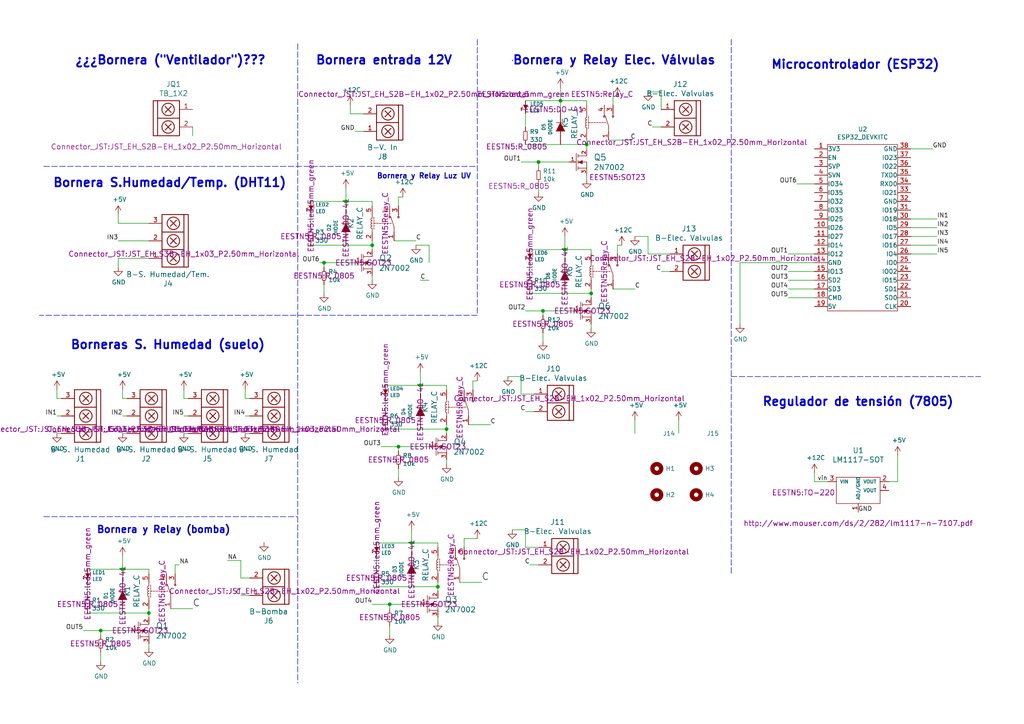
<source format=kicad_sch>
(kicad_sch (version 20211123) (generator eeschema)
  (paper "A4")
  (title_block (title "ESP32 based power meter") (date "2021-09-23") (company "E.E.S.T  Nº5  \"2 de Abril\"") (comment 1 "Autor: Bustos Nahuel ") (comment 2 "Materia: Diseño Asistido & Simulacion Electrónica"))
  (lib_symbols
    (symbol "EESTN5:2N7002" (pin_names (offset 0.762) hide)
      (property "Reference" "Q" (at -2.4638 6.35 0))
      (property "Value" "2N7002" (at 0 -6.35 0))
      (symbol "2N7002_0_1"
        (polyline (pts (xy -0.508 2.54) (xy -0.508 -2.54) (xy -0.508 -2.54)) (fill (type outline)))
        (polyline (pts (xy 0 -2.286) (xy 0 -1.27) (xy 0 -1.27)) (fill (type outline)))
        (polyline (pts (xy 0 -0.508) (xy 0 0.508) (xy 0 0.508)) (fill (type outline)))
        (polyline (pts (xy 0 1.27) (xy 0 2.286) (xy 0 2.286)) (fill (type outline)))
        (polyline (pts (xy 0 1.778) (xy 2.54 1.778) (xy 2.54 1.778)))
        (polyline (pts (xy 1.27 0.508) (xy 1.27 -0.508) (xy 0 0) (xy 0 0)) (fill (type outline)))
        (polyline (pts (xy 0 -1.778) (xy 2.54 -1.778) (xy 2.54 0) (xy 1.27 0) (xy 1.27 0)))
      )
      (symbol "2N7002_1_1"
        (pin input line (at -2.54 0 0) (length 2.032) (name "G") (number "1"))
        (pin passive line (at 2.54 3.81 270) (length 2.032) (name "D") (number "2"))
        (pin passive line (at 2.54 -3.81 90) (length 2.032) (name "S") (number "3"))
      )
    )
    (symbol "EESTN5:DIODE" (pin_numbers hide) (pin_names (offset 1.016) hide)
      (property "Reference" "D" (at 0 2.54 0))
      (property "Value" "DIODE" (at 0 -2.54 0))
      (symbol "DIODE_0_1"
        (polyline (pts (xy 1.27 1.27) (xy 1.27 -1.27)) (stroke (width 0.1524)))
        (polyline (pts (xy -1.27 1.27) (xy 1.27 0) (xy -1.27 -1.27)) (fill (type outline)))
      )
      (symbol "DIODE_1_1"
        (pin passive line (at -5.08 0 0) (length 3.81) (name "A") (number "1"))
        (pin passive line (at 5.08 0 180) (length 3.81) (name "K") (number "2"))
      )
    )
    (symbol "EESTN5:ESP32_DEVKITC" (pin_names (offset 0.0254))
      (property "Reference" "U" (at 0 25.4 0))
      (property "Value" "ESP32_DEVKITC" (at 0 -25.4 0))
      (symbol "ESP32_DEVKITC_0_1"
        (rectangle (start -10.16 24.13) (end 10.16 -24.13))
      )
      (symbol "ESP32_DEVKITC_1_1"
        (pin passive line (at -13.97 22.86 0) (length 3.81) (name "3V3") (number "1"))
        (pin passive line (at -13.97 0 0) (length 3.81) (name "IO26") (number "10"))
        (pin passive line (at -13.97 -2.54 0) (length 3.81) (name "IO27") (number "11"))
        (pin passive line (at -13.97 -5.08 0) (length 3.81) (name "IO14") (number "12"))
        (pin passive line (at -13.97 -7.62 0) (length 3.81) (name "IO12") (number "13"))
        (pin passive line (at -13.97 -10.16 0) (length 3.81) (name "GND") (number "14"))
        (pin passive line (at -13.97 -12.7 0) (length 3.81) (name "IO13") (number "15"))
        (pin passive line (at -13.97 -15.24 0) (length 3.81) (name "SD2") (number "16"))
        (pin passive line (at -13.97 -17.78 0) (length 3.81) (name "SD3") (number "17"))
        (pin passive line (at -13.97 -20.32 0) (length 3.81) (name "CMD") (number "18"))
        (pin passive line (at -13.97 -22.86 0) (length 3.81) (name "5V") (number "19"))
        (pin passive line (at -13.97 20.32 0) (length 3.81) (name "EN") (number "2"))
        (pin passive line (at 13.97 -22.86 180) (length 3.81) (name "CLK") (number "20"))
        (pin passive line (at 13.97 -20.32 180) (length 3.81) (name "SD0") (number "21"))
        (pin passive line (at 13.97 -17.78 180) (length 3.81) (name "SD1") (number "22"))
        (pin passive line (at 13.97 -15.24 180) (length 3.81) (name "IO15") (number "23"))
        (pin passive line (at 13.97 -12.7 180) (length 3.81) (name "IO02") (number "24"))
        (pin passive line (at 13.97 -10.16 180) (length 3.81) (name "IO0") (number "25"))
        (pin passive line (at 13.97 -7.62 180) (length 3.81) (name "IO4") (number "26"))
        (pin passive line (at 13.97 -5.08 180) (length 3.81) (name "IO16") (number "27"))
        (pin passive line (at 13.97 -2.54 180) (length 3.81) (name "IO17") (number "28"))
        (pin passive line (at 13.97 0 180) (length 3.81) (name "IO5") (number "29"))
        (pin passive line (at -13.97 17.78 0) (length 3.81) (name "SVP") (number "3"))
        (pin passive line (at 13.97 2.54 180) (length 3.81) (name "IO18") (number "30"))
        (pin passive line (at 13.97 5.08 180) (length 3.81) (name "IO19") (number "31"))
        (pin passive line (at 13.97 7.62 180) (length 3.81) (name "GND") (number "32"))
        (pin passive line (at 13.97 10.16 180) (length 3.81) (name "IO21") (number "33"))
        (pin passive line (at 13.97 12.7 180) (length 3.81) (name "RXD0") (number "34"))
        (pin passive line (at 13.97 15.24 180) (length 3.81) (name "TXD0") (number "35"))
        (pin passive line (at 13.97 17.78 180) (length 3.81) (name "IO22") (number "36"))
        (pin passive line (at 13.97 20.32 180) (length 3.81) (name "IO23") (number "37"))
        (pin passive line (at 13.97 22.86 180) (length 3.81) (name "GND") (number "38"))
        (pin passive line (at -13.97 15.24 0) (length 3.81) (name "SVN") (number "4"))
        (pin passive line (at -13.97 12.7 0) (length 3.81) (name "IO34") (number "5"))
        (pin passive line (at -13.97 10.16 0) (length 3.81) (name "IO35") (number "6"))
        (pin passive line (at -13.97 7.62 0) (length 3.81) (name "IO32") (number "7"))
        (pin passive line (at -13.97 5.08 0) (length 3.81) (name "IO33") (number "8"))
        (pin passive line (at -13.97 2.54 0) (length 3.81) (name "IO25") (number "9"))
      )
    )
    (symbol "EESTN5:LED" (pin_numbers hide) (pin_names (offset 1.016) hide)
      (property "Reference" "LED" (at 0 2.54 0))
      (property "Value" "LED" (at 0 -2.54 0))
      (symbol "LED_0_1"
        (polyline (pts (xy 0.508 -0.762) (xy 1.016 -1.27) (xy 1.016 -1.27)))
        (polyline (pts (xy 1.016 -0.762) (xy 1.524 -1.27) (xy 1.524 -1.27)))
        (polyline (pts (xy 1.27 -0.635) (xy 1.27 0.635) (xy 1.27 0.635)))
        (polyline (pts (xy 1.27 0) (xy 0 0.635) (xy 0 -0.635) (xy 0 -0.635)) (fill (type outline)))
        (polyline (pts (xy 1.524 -1.27) (xy 1.27 -1.27) (xy 1.524 -1.016) (xy 1.524 -1.27) (xy 1.524 -1.27)) (fill (type outline)))
        (polyline (pts (xy 1.016 -1.27) (xy 0.762 -1.27) (xy 1.016 -1.016) (xy 1.016 -1.27) (xy 1.016 -1.27) (xy 1.016 -1.27)) (fill (type outline)))
      )
      (symbol "LED_1_1"
        (pin passive line (at -1.27 0 0) (length 1.27) (name "A") (number "1"))
        (pin passive line (at 2.54 0 180) (length 1.27) (name "K") (number "2"))
      )
    )
    (symbol "EESTN5:LM1117-SOT" (pin_names (offset 1.016))
      (property "Reference" "U" (at 0 5.08 0))
      (property "Value" "LM1117-SOT" (at 0 2.54 0))
      (property "Datasheet" "http://www.mouser.com/ds/2/282/lm1117-n-7107.pdf" (at 0 0 0))
      (symbol "LM1117-SOT_0_1"
        (rectangle (start -6.35 1.27) (end 6.35 -6.35))
      )
      (symbol "LM1117-SOT_1_1"
        (pin input line (at 0 -8.89 90) (length 2.54) (name "ADJ/GND") (number "1"))
        (pin input line (at 8.89 0 180) (length 2.54) (name "VOUT") (number "2"))
        (pin input line (at -8.89 0 0) (length 2.54) (name "VIN") (number "3"))
        (pin input line (at 8.89 -2.54 180) (length 2.54) (name "VOUT") (number "4"))
      )
    )
    (symbol "EESTN5:Mounting_Hole" (pin_names (offset 1.016))
      (property "Reference" "H" (at 0 5.08 0))
      (symbol "Mounting_Hole_0_1"
        (circle (center 0 0) (radius 1.27) (stroke (width 1.27)))
      )
    )
    (symbol "EESTN5:R" (pin_numbers hide) (pin_names (offset 0))
      (property "Reference" "R" (at -1.27 0 90))
      (property "Value" "R" (at 1.27 0 90))
      (symbol "R_0_1"
        (rectangle (start 0.508 1.27) (end -0.508 -1.27))
      )
      (symbol "R_1_1"
        (pin passive line (at 0 2.54 270) (length 1.27) (name "~") (number "1"))
        (pin passive line (at 0 -2.54 90) (length 1.27) (name "~") (number "2"))
      )
    )
    (symbol "EESTN5:RELAY_C" (pin_names (offset 1.016))
      (property "Reference" "K" (at 0 6.35 0))
      (property "Value" "RELAY_C" (at 0 -5.969 0))
      (symbol "RELAY_C_0_1"
        (arc (start -0.762 3.81) (mid -1.143 4.191) (end -1.524 3.81))
        (polyline (pts (xy -1.778 3.302) (xy -1.27 3.302) (xy -1.27 3.302)))
        (polyline (pts (xy -1.524 -2.54) (xy -2.54 -2.54) (xy -2.54 -2.54)))
        (polyline (pts (xy -1.524 3.81) (xy -2.54 3.81) (xy -2.54 3.81)))
        (polyline (pts (xy -1.016 3.302) (xy -0.508 3.302) (xy -0.508 3.302)))
        (polyline (pts (xy -0.254 3.302) (xy 0.254 3.302) (xy 0.254 3.302)))
        (polyline (pts (xy 0 -1.27) (xy 0 -1.778) (xy 0 -1.778)))
        (polyline (pts (xy 0 -0.508) (xy 0 -1.016) (xy 0 -1.016)))
        (polyline (pts (xy 0 0.254) (xy 0 -0.254) (xy 0 -0.254)))
        (polyline (pts (xy 0 1.016) (xy 0 0.508) (xy 0 0.508)))
        (polyline (pts (xy 0 1.778) (xy 0 1.27) (xy 0 1.27)))
        (polyline (pts (xy 0 2.54) (xy 0 2.032) (xy 0 2.032)))
        (polyline (pts (xy 0 3.302) (xy 0 2.794) (xy 0 2.794)))
        (polyline (pts (xy 0.508 3.302) (xy 1.016 3.302) (xy 1.016 3.302)))
        (polyline (pts (xy 1.27 3.302) (xy 1.778 3.302) (xy 1.778 3.302)))
        (polyline (pts (xy 1.524 3.81) (xy 2.54 3.81) (xy 2.54 3.81)))
        (polyline (pts (xy 2.54 -3.81) (xy 1.778 -3.81) (xy 1.778 -3.81)))
        (polyline (pts (xy 2.54 -1.27) (xy 1.778 -1.27) (xy 1.778 -1.27)))
        (polyline (pts (xy -1.524 -2.54) (xy -1.016 -2.54) (xy 2.032 -1.524) (xy 2.032 -1.524)))
        (arc (start 0 3.81) (mid -0.381 4.191) (end -0.762 3.81))
        (arc (start 0.762 3.81) (mid 0.381 4.191) (end 0 3.81))
        (arc (start 1.524 3.81) (mid 1.143 4.191) (end 0.762 3.81))
        (circle (center 1.778 -3.81) (radius 0.254))
        (circle (center 1.778 -1.27) (radius 0.254))
      )
      (symbol "RELAY_C_1_1"
        (pin passive line (at -5.08 -2.54 0) (length 2.54) (name "~") (number "1"))
        (pin passive line (at -5.08 3.81 0) (length 2.54) (name "~") (number "2"))
        (pin passive line (at 5.08 -3.81 180) (length 2.54) (name "~") (number "3"))
        (pin passive line (at 5.08 -1.27 180) (length 2.54) (name "~") (number "4"))
        (pin passive line (at 5.08 3.81 180) (length 2.54) (name "~") (number "5"))
      )
    )
    (symbol "EESTN5:TB_1X2" (pin_names (offset 1.016))
      (property "Reference" "J" (at 0 7.62 0))
      (property "Value" "TB_1X2" (at 1.27 -7.62 0))
      (symbol "TB_1X2_0_1"
        (rectangle (start -2.54 5.08) (end 5.08 -5.08) (stroke (width 0.254)))
        (polyline (pts (xy -1.27 0) (xy 5.08 0)) (stroke (width 0.254)))
        (polyline (pts (xy -1.27 5.08) (xy -1.27 -5.08)) (stroke (width 0.254)))
        (polyline (pts (xy 0.889 -3.429) (xy 2.667 -1.651)) (stroke (width 0.254)))
        (polyline (pts (xy 0.889 -1.651) (xy 2.667 -3.429)) (stroke (width 0.254)))
        (polyline (pts (xy 0.889 1.651) (xy 2.667 3.429)) (stroke (width 0.254)))
        (polyline (pts (xy 0.889 3.429) (xy 2.667 1.651)) (stroke (width 0.254)))
        (circle (center 1.778 -2.54) (radius 1.8034) (stroke (width 0.254)))
        (circle (center 1.778 2.54) (radius 1.8034) (stroke (width 0.254)))
      )
      (symbol "TB_1X2_1_1"
        (pin input line (at 8.89 2.54 180) (length 3.81) (name "~") (number "1"))
        (pin input line (at 8.89 -2.54 180) (length 3.81) (name "~") (number "2"))
      )
    )
    (symbol "EESTN5:TB_1X3" (pin_names (offset 1.016))
      (property "Reference" "J" (at 0 7.62 0))
      (property "Value" "TB_1X3" (at 1.27 -11.43 0))
      (symbol "TB_1X3_0_1"
        (rectangle (start -2.54 5.08) (end 5.08 -10.16) (stroke (width 0.254)))
        (polyline (pts (xy -1.27 -5.08) (xy 5.08 -5.08)) (stroke (width 0.254)))
        (polyline (pts (xy -1.27 0) (xy 5.08 0)) (stroke (width 0.254)))
        (polyline (pts (xy -1.27 5.08) (xy -1.27 -10.16)) (stroke (width 0.254)))
        (polyline (pts (xy 0.889 -8.509) (xy 2.667 -6.731)) (stroke (width 0.254)))
        (polyline (pts (xy 0.889 -6.731) (xy 2.667 -8.509)) (stroke (width 0.254)))
        (polyline (pts (xy 0.889 -3.429) (xy 2.667 -1.651)) (stroke (width 0.254)))
        (polyline (pts (xy 0.889 -1.651) (xy 2.667 -3.429)) (stroke (width 0.254)))
        (polyline (pts (xy 0.889 1.651) (xy 2.667 3.429)) (stroke (width 0.254)))
        (polyline (pts (xy 0.889 3.429) (xy 2.667 1.651)) (stroke (width 0.254)))
        (circle (center 1.778 -7.62) (radius 1.8034) (stroke (width 0.254)))
        (circle (center 1.778 -2.54) (radius 1.8034) (stroke (width 0.254)))
        (circle (center 1.778 2.54) (radius 1.8034) (stroke (width 0.254)))
      )
      (symbol "TB_1X3_1_1"
        (pin input line (at 8.89 2.54 180) (length 3.81) (name "~") (number "1"))
        (pin input line (at 8.89 -2.54 180) (length 3.81) (name "~") (number "2"))
        (pin input line (at 8.89 -7.62 180) (length 3.81) (name "~") (number "3"))
      )
    )
    (symbol "power:+12C" (power) (pin_names (offset 0))
      (property "Value" "+12C" (at 0 3.81 0))
      (symbol "+12C_0_1"
        (polyline (pts (xy -0.762 1.27) (xy 0 2.54)))
        (polyline (pts (xy 0 0) (xy 0 2.54)))
        (polyline (pts (xy 0 2.54) (xy 0.762 1.27)))
      )
      (symbol "+12C_1_1"
        (pin power_in line (at 0 0 90) (length 0) hide (name "+12C") (number "1"))
      )
    )
    (symbol "power:+5V" (power) (pin_names (offset 0))
      (property "Value" "+5V" (at 0 3.556 0))
      (symbol "+5V_0_1"
        (polyline (pts (xy -0.762 1.27) (xy 0 2.54)))
        (polyline (pts (xy 0 0) (xy 0 2.54)))
        (polyline (pts (xy 0 2.54) (xy 0.762 1.27)))
      )
      (symbol "+5V_1_1"
        (pin power_in line (at 0 0 90) (length 0) hide (name "+5V") (number "1"))
      )
    )
    (symbol "power:GND" (power) (pin_names (offset 0))
      (property "Value" "GND" (at 0 -3.81 0))
      (symbol "GND_0_1"
        (polyline (pts (xy 0 0) (xy 0 -1.27) (xy 1.27 -1.27) (xy 0 -2.54) (xy -1.27 -1.27) (xy 0 -1.27)))
      )
      (symbol "GND_1_1"
        (pin power_in line (at 0 0 270) (length 0) hide (name "GND") (number "1"))
      )
    )
  )
  (junction (at 127 170.18))
  (junction (at 107.95 71.12))
  (junction (at 29.21 182.88))
  (junction (at 156.21 46.99))
  (junction (at 100.33 58.42))
  (junction (at 157.48 90.17))
  (junction (at 121.92 111.76))
  (junction (at 162.56 29.21))
  (junction (at 163.83 72.39))
  (junction (at 115.57 129.54))
  (junction (at 170.18 41.91))
  (junction (at 119.38 157.48))
  (junction (at 35.56 165.1))
  (junction (at 171.45 85.09))
  (junction (at 43.18 177.8))
  (junction (at 113.03 175.26))
  (junction (at 129.54 124.46))
  (junction (at 93.98 76.2))
  (wire (pts (xy 171.45 85.09) (xy 171.45 83.82)))
  (wire (pts (xy 54.61 115.57) (xy 53.34 115.57)))
  (wire (pts (xy 113.03 176.53) (xy 113.03 175.26)))
  (wire (pts (xy 236.22 81.28) (xy 228.6 81.28)))
  (wire (pts (xy 17.78 115.57) (xy 16.51 115.57)))
  (wire (pts (xy 119.38 160.02) (xy 119.38 157.48)))
  (wire (pts (xy 153.67 85.09) (xy 171.45 85.09)))
  (wire (pts (xy 127 179.07) (xy 127 180.34)))
  (wire (pts (xy 177.8 27.94) (xy 179.07 27.94)))
  (wire (pts (xy 153.67 72.39) (xy 163.83 72.39)))
  (wire (pts (xy 107.95 72.39) (xy 107.95 71.12)))
  (wire (pts (xy 109.22 161.29) (xy 109.22 165.1)))
  (wire (pts (xy 177.8 83.82) (xy 184.15 83.82)))
  (wire (pts (xy 25.4 165.1) (xy 35.56 165.1)))
  (wire (pts (xy 93.98 76.2) (xy 102.87 76.2)))
  (wire (pts (xy 152.4 90.17) (xy 157.48 90.17)))
  (wire (pts (xy 179.07 73.66) (xy 179.07 71.12)))
  (wire (pts (xy 43.18 166.37) (xy 43.18 165.1)))
  (wire (pts (xy 214.63 76.2) (xy 214.63 93.98)))
  (wire (pts (xy 72.39 120.65) (xy 71.12 120.65)))
  (wire (pts (xy 264.16 73.66) (xy 271.78 73.66)))
  (wire (pts (xy 24.13 182.88) (xy 29.21 182.88)))
  (wire (pts (xy 115.57 138.43) (xy 115.57 135.89)))
  (wire (pts (xy 100.33 54.61) (xy 100.33 58.42)))
  (wire (pts (xy 43.18 69.85) (xy 34.29 69.85)))
  (wire (pts (xy 179.07 71.12) (xy 180.34 71.12)))
  (wire (pts (xy 127 158.75) (xy 127 157.48)))
  (wire (pts (xy 107.95 71.12) (xy 107.95 69.85)))
  (polyline (pts (xy 138.43 11.43) (xy 138.43 91.44)))
  (wire (pts (xy 115.57 129.54) (xy 124.46 129.54)))
  (wire (pts (xy 187.96 68.58) (xy 187.96 73.66)))
  (wire (pts (xy 115.57 130.81) (xy 115.57 129.54)))
  (wire (pts (xy 90.17 62.23) (xy 90.17 66.04)))
  (wire (pts (xy 69.85 162.56) (xy 69.85 167.64)))
  (wire (pts (xy 35.56 167.64) (xy 35.56 165.1)))
  (wire (pts (xy 29.21 184.15) (xy 29.21 182.88)))
  (wire (pts (xy 151.13 109.22) (xy 151.13 114.3)))
  (wire (pts (xy 29.21 182.88) (xy 38.1 182.88)))
  (wire (pts (xy 184.15 68.58) (xy 187.96 68.58)))
  (wire (pts (xy 34.29 74.93) (xy 34.29 77.47)))
  (wire (pts (xy 236.22 139.7) (xy 240.03 139.7)))
  (wire (pts (xy 100.33 60.96) (xy 100.33 58.42)))
  (wire (pts (xy 124.46 71.12) (xy 124.46 76.2)))
  (wire (pts (xy 156.21 55.88) (xy 156.21 53.34)))
  (wire (pts (xy 129.54 111.76) (xy 121.92 111.76)))
  (polyline (pts (xy 212.09 11.43) (xy 212.09 166.37)))
  (wire (pts (xy 127 170.18) (xy 127 168.91)))
  (wire (pts (xy 101.6 33.02) (xy 105.41 33.02)))
  (wire (pts (xy 134.62 158.75) (xy 134.62 156.21)))
  (wire (pts (xy 129.54 133.35) (xy 129.54 134.62)))
  (polyline (pts (xy 12.7 48.26) (xy 138.43 48.26)))
  (wire (pts (xy 153.67 76.2) (xy 153.67 80.01)))
  (wire (pts (xy 156.21 48.26) (xy 156.21 46.99)))
  (wire (pts (xy 111.76 115.57) (xy 111.76 119.38)))
  (wire (pts (xy 187.96 26.67) (xy 191.77 26.67)))
  (wire (pts (xy 151.13 114.3) (xy 154.94 114.3)))
  (wire (pts (xy 72.39 125.73) (xy 71.12 125.73)))
  (wire (pts (xy 54.61 125.73) (xy 53.34 125.73)))
  (polyline (pts (xy 86.36 12.7) (xy 86.36 198.12)))
  (wire (pts (xy 129.54 125.73) (xy 129.54 124.46)))
  (wire (pts (xy 25.4 168.91) (xy 25.4 172.72)))
  (wire (pts (xy 90.17 58.42) (xy 100.33 58.42)))
  (wire (pts (xy 115.57 57.15) (xy 116.84 57.15)))
  (wire (pts (xy 194.31 78.74) (xy 191.77 78.74)))
  (wire (pts (xy 137.16 110.49) (xy 138.43 110.49)))
  (wire (pts (xy 72.39 172.72) (xy 69.85 172.72)))
  (wire (pts (xy 36.83 115.57) (xy 35.56 115.57)))
  (wire (pts (xy 107.95 175.26) (xy 113.03 175.26)))
  (wire (pts (xy 101.6 33.02) (xy 101.6 30.48)))
  (wire (pts (xy 29.21 191.77) (xy 29.21 189.23)))
  (wire (pts (xy 162.56 25.4) (xy 162.56 29.21)))
  (wire (pts (xy 127 171.45) (xy 127 170.18)))
  (wire (pts (xy 17.78 120.65) (xy 16.51 120.65)))
  (wire (pts (xy 236.22 83.82) (xy 228.6 83.82)))
  (wire (pts (xy 151.13 46.99) (xy 156.21 46.99)))
  (wire (pts (xy 43.18 186.69) (xy 43.18 187.96)))
  (polyline (pts (xy 138.43 91.44) (xy 11.43 91.44)))
  (wire (pts (xy 111.76 111.76) (xy 121.92 111.76)))
  (wire (pts (xy 35.56 161.29) (xy 35.56 165.1)))
  (wire (pts (xy 43.18 74.93) (xy 34.29 74.93)))
  (wire (pts (xy 264.16 71.12) (xy 271.78 71.12)))
  (wire (pts (xy 152.4 33.02) (xy 152.4 36.83)))
  (wire (pts (xy 43.18 64.77) (xy 34.29 64.77)))
  (wire (pts (xy 93.98 77.47) (xy 93.98 76.2)))
  (wire (pts (xy 191.77 36.83) (xy 189.23 36.83)))
  (wire (pts (xy 107.95 58.42) (xy 100.33 58.42)))
  (wire (pts (xy 236.22 53.34) (xy 231.14 53.34)))
  (wire (pts (xy 50.8 166.37) (xy 50.8 163.83)))
  (wire (pts (xy 148.59 153.67) (xy 152.4 153.67)))
  (wire (pts (xy 214.63 76.2) (xy 236.22 76.2)))
  (wire (pts (xy 36.83 125.73) (xy 35.56 125.73)))
  (wire (pts (xy 264.16 66.04) (xy 271.78 66.04)))
  (wire (pts (xy 25.4 177.8) (xy 43.18 177.8)))
  (wire (pts (xy 196.85 121.92) (xy 196.85 125.73)))
  (wire (pts (xy 157.48 91.44) (xy 157.48 90.17)))
  (wire (pts (xy 152.4 153.67) (xy 152.4 158.75)))
  (wire (pts (xy 236.22 139.7) (xy 236.22 137.16)))
  (wire (pts (xy 53.34 115.57) (xy 53.34 113.03)))
  (wire (pts (xy 152.4 158.75) (xy 156.21 158.75)))
  (wire (pts (xy 16.51 115.57) (xy 16.51 113.03)))
  (wire (pts (xy 127 157.48) (xy 119.38 157.48)))
  (wire (pts (xy 236.22 86.36) (xy 228.6 86.36)))
  (wire (pts (xy 177.8 30.48) (xy 177.8 27.94)))
  (wire (pts (xy 72.39 115.57) (xy 71.12 115.57)))
  (wire (pts (xy 157.48 99.06) (xy 157.48 96.52)))
  (wire (pts (xy 147.32 109.22) (xy 151.13 109.22)))
  (wire (pts (xy 115.57 59.69) (xy 115.57 57.15)))
  (wire (pts (xy 191.77 26.67) (xy 191.77 31.75)))
  (polyline (pts (xy 212.09 109.22) (xy 284.48 109.22)))
  (wire (pts (xy 93.98 76.2) (xy 92.71 76.2)))
  (wire (pts (xy 264.16 43.18) (xy 270.51 43.18)))
  (wire (pts (xy 171.45 86.36) (xy 171.45 85.09)))
  (wire (pts (xy 134.62 156.21) (xy 138.43 156.21)))
  (wire (pts (xy 170.18 30.48) (xy 170.18 29.21)))
  (wire (pts (xy 236.22 78.74) (xy 228.6 78.74)))
  (wire (pts (xy 93.98 85.09) (xy 93.98 82.55)))
  (wire (pts (xy 170.18 50.8) (xy 170.18 52.07)))
  (wire (pts (xy 113.03 184.15) (xy 113.03 181.61)))
  (wire (pts (xy 43.18 179.07) (xy 43.18 177.8)))
  (wire (pts (xy 129.54 124.46) (xy 129.54 123.19)))
  (wire (pts (xy 34.29 64.77) (xy 34.29 62.23)))
  (wire (pts (xy 36.83 120.65) (xy 35.56 120.65)))
  (wire (pts (xy 119.38 153.67) (xy 119.38 157.48)))
  (wire (pts (xy 171.45 72.39) (xy 163.83 72.39)))
  (wire (pts (xy 152.4 41.91) (xy 170.18 41.91)))
  (polyline (pts (xy 12.7 149.86) (xy 86.36 149.86)))
  (wire (pts (xy 72.39 167.64) (xy 69.85 167.64)))
  (wire (pts (xy 114.3 69.85) (xy 120.65 69.85)))
  (wire (pts (xy 264.16 63.5) (xy 271.78 63.5)))
  (wire (pts (xy 111.76 124.46) (xy 129.54 124.46)))
  (wire (pts (xy 156.21 163.83) (xy 153.67 163.83)))
  (wire (pts (xy 17.78 125.73) (xy 16.51 125.73)))
  (wire (pts (xy 152.4 29.21) (xy 162.56 29.21)))
  (wire (pts (xy 49.53 176.53) (xy 55.88 176.53)))
  (wire (pts (xy 163.83 68.58) (xy 163.83 72.39)))
  (wire (pts (xy 107.95 80.01) (xy 107.95 81.28)))
  (wire (pts (xy 43.18 177.8) (xy 43.18 176.53)))
  (wire (pts (xy 260.35 139.7) (xy 257.81 139.7)))
  (wire (pts (xy 124.46 81.28) (xy 121.92 81.28)))
  (wire (pts (xy 55.88 36.83) (xy 55.88 39.37)))
  (wire (pts (xy 66.04 162.56) (xy 69.85 162.56)))
  (wire (pts (xy 176.53 40.64) (xy 182.88 40.64)))
  (wire (pts (xy 170.18 43.18) (xy 170.18 41.91)))
  (wire (pts (xy 154.94 119.38) (xy 152.4 119.38)))
  (wire (pts (xy 105.41 38.1) (xy 102.87 38.1)))
  (wire (pts (xy 171.45 93.98) (xy 171.45 95.25)))
  (wire (pts (xy 113.03 175.26) (xy 121.92 175.26)))
  (wire (pts (xy 35.56 115.57) (xy 35.56 113.03)))
  (wire (pts (xy 109.22 157.48) (xy 119.38 157.48)))
  (wire (pts (xy 110.49 129.54) (xy 115.57 129.54)))
  (wire (pts (xy 133.35 168.91) (xy 139.7 168.91)))
  (wire (pts (xy 71.12 115.57) (xy 71.12 113.03)))
  (wire (pts (xy 163.83 74.93) (xy 163.83 72.39)))
  (wire (pts (xy 50.8 163.83) (xy 52.07 163.83)))
  (wire (pts (xy 135.89 123.19) (xy 142.24 123.19)))
  (wire (pts (xy 264.16 68.58) (xy 271.78 68.58)))
  (wire (pts (xy 121.92 107.95) (xy 121.92 111.76)))
  (wire (pts (xy 54.61 120.65) (xy 53.34 120.65)))
  (wire (pts (xy 121.92 114.3) (xy 121.92 111.76)))
  (wire (pts (xy 157.48 90.17) (xy 166.37 90.17)))
  (wire (pts (xy 137.16 113.03) (xy 137.16 110.49)))
  (wire (pts (xy 170.18 41.91) (xy 170.18 40.64)))
  (wire (pts (xy 260.35 132.08) (xy 260.35 139.7)))
  (wire (pts (xy 236.22 73.66) (xy 228.6 73.66)))
  (wire (pts (xy 170.18 29.21) (xy 162.56 29.21)))
  (wire (pts (xy 90.17 71.12) (xy 107.95 71.12)))
  (wire (pts (xy 156.21 46.99) (xy 165.1 46.99)))
  (wire (pts (xy 129.54 113.03) (xy 129.54 111.76)))
  (wire (pts (xy 184.15 121.92) (xy 184.15 125.73)))
  (wire (pts (xy 107.95 59.69) (xy 107.95 58.42)))
  (wire (pts (xy 120.65 71.12) (xy 124.46 71.12)))
  (wire (pts (xy 187.96 73.66) (xy 194.31 73.66)))
  (wire (pts (xy 171.45 73.66) (xy 171.45 72.39)))
  (wire (pts (xy 162.56 31.75) (xy 162.56 29.21)))
  (wire (pts (xy 109.22 170.18) (xy 127 170.18)))
  (wire (pts (xy 43.18 165.1) (xy 35.56 165.1)))
  (text "Bornera y Relay Luz UV\n" (at 109.22 52.07 0) (effects (font (size 1.4986 1.4986) (thickness 0.2997) bold) (justify left bottom)))
  (text "Borneras S. Humedad (suelo)\n" (at 20.32 101.6 0) (effects (font (size 2.4892 2.4892) (thickness 0.4978) bold) (justify left bottom)))
  (text "Bornera S.Humedad/Temp. (DHT11)" (at 15.24 54.61 0) (effects (font (size 2.4892 2.4892) (thickness 0.4978) bold) (justify left bottom)))
  (text "Bornera y Relay Elec. Válvulas" (at 148.59 19.05 0) (effects (font (size 2.4892 2.4892) (thickness 0.4978) bold) (justify left bottom)))
  (text "¿¿¿Bornera (\"Ventilador\")???" (at 21.59 19.05 0) (effects (font (size 2.4892 2.4892) (thickness 0.4978) bold) (justify left bottom)))
  (text "Microcontrolador (ESP32)" (at 223.52 20.32 0) (effects (font (size 2.4892 2.4892) (thickness 0.4978) bold) (justify left bottom)))
  (text "Borneras y Relay para Elec. Válculas" (at 148.59 17.78 0) (effects (font (size 0 0)) (justify left bottom)))
  (text "Regulador de tensión (7805)" (at 220.98 118.11 0) (effects (font (size 2.4892 2.4892) (thickness 0.4978) bold) (justify left bottom)))
  (text "Bornera y Relay (bomba)" (at 27.94 154.94 0) (effects (font (size 2.0066 2.0066) (thickness 0.4013) bold) (justify left bottom)))
  (text "Bornera entrada 12V" (at 91.44 19.05 0) (effects (font (size 2.4892 2.4892) (thickness 0.4978) bold) (justify left bottom)))
  (label "vin" (at 240.03 139.7 180))
  (label "C" (at 121.92 81.28 0))
  (label "OUT4" (at 107.95 175.26 180))
  (label "IN4" (at 71.12 120.65 180))
  (label "C" (at 189.23 36.83 180))
  (label "IN5" (at 271.78 73.66 0))
  (label "OUT6" (at 92.71 76.2 180))
  (label "IN1" (at 271.78 63.5 0))
  (label "C" (at 152.4 119.38 180))
  (label "C" (at 153.67 163.83 180))
  (label "GND" (at 248.92 148.59 0))
  (label "C" (at 182.88 40.64 0))
  (label "OUT2" (at 228.6 78.74 180))
  (label "C" (at 55.88 176.53 0) (effects (font (size 2.0066 2.0066))))
  (label "IN1" (at 16.51 120.65 180))
  (label "OUT1" (at 228.6 73.66 180))
  (label "C" (at 142.24 123.19 0))
  (label "C" (at 139.7 168.91 0) (effects (font (size 2.0066 2.0066))))
  (label "OUT2" (at 152.4 90.17 180))
  (label "C" (at 120.65 69.85 0))
  (label "C" (at 191.77 78.74 180))
  (label "C" (at 184.15 83.82 0))
  (label "OUT3" (at 110.49 129.54 180))
  (label "IN2" (at 271.78 66.04 0))
  (label "GND" (at 102.87 38.1 180))
  (label "OUT4" (at 228.6 83.82 180))
  (label "OUT5" (at 228.6 86.36 180))
  (label "NA" (at 66.04 162.56 0))
  (label "IN5" (at 53.34 120.65 180))
  (label "GND" (at 270.51 43.18 0))
  (label "IN3" (at 34.29 69.85 180))
  (label "C" (at 69.85 172.72 180))
  (label "OUT1" (at 151.13 46.99 180))
  (label "OUT3" (at 228.6 81.28 180))
  (label "NA" (at 52.07 163.83 0))
  (label "IN3" (at 271.78 68.58 0))
  (label "OUT6" (at 231.14 53.34 180))
  (label "IN4" (at 271.78 71.12 0))
  (label "IN2" (at 35.56 120.65 180))
  (label "OUT5" (at 24.13 182.88 180))
  (symbol (lib_id "EESTN5:ESP32_DEVKITC") (at 250.19 66.04 0) (unit 1)
    (property "Reference" "U2" (at 250.19 37.465 0))
    (property "Value" "ESP32_DEVKITC" (at 250.19 39.7764 0))
    (property "Footprint" "EESTN5:ESP32_DEVKITC" (effects hide))
  )
  (symbol (lib_id "Bustos-Nahuel-TP2-rescue:LOGO_ROTULO-EESTN5") (at 252.73 173.99 0) (unit 1)
    (property "Reference" "#G1" (effects hide))
    (property "Value" "LOGO_ROTULO" (effects hide))
  )
  (symbol (lib_id "Bustos-Nahuel-TP2-rescue:OSHWA-EESTN5") (at 271.78 173.99 0) (unit 1)
    (property "Reference" "#G2" (effects hide))
    (property "Value" "OSHWA" (effects hide))
  )
  (symbol (lib_id "EESTN5:RELAY_C") (at 173.99 35.56 90) (unit 1)
    (property "Reference" "K5" (at 163.9062 35.56 0) (effects (font (size 1.524 1.524))))
    (property "Value" "RELAY_C" (at 166.5986 35.56 0) (effects (font (size 1.524 1.524))))
    (property "Footprint" "EESTN5:Relay_C" (at 174.625 27.305 90) (effects (font (size 1.524 1.524))))
  )
  (symbol (lib_id "EESTN5:2N7002") (at 167.64 46.99 0) (unit 1)
    (property "Reference" "Q5" (at 172.1358 45.6438 0) (effects (font (size 1.778 1.778)) (justify left)))
    (property "Value" "2N7002" (at 172.1358 48.5394 0) (effects (font (size 1.524 1.524)) (justify left)))
    (property "Footprint" "EESTN5:SOT23" (at 179.07 51.435 0) (effects (font (size 1.524 1.524))))
  )
  (symbol (lib_id "EESTN5:DIODE") (at 162.56 36.83 90) (unit 1)
    (property "Reference" "D5" (at 157.6832 36.83 0) (effects (font (size 1.016 1.016))))
    (property "Value" "DIODE" (at 159.6136 36.83 0) (effects (font (size 1.016 1.016))))
    (property "Footprint" "EESTN5:DO-41" (at 160.655 31.75 90) (effects (font (size 1.524 1.524))))
  )
  (symbol (lib_id "EESTN5:R") (at 156.21 50.8 0) (unit 1)
    (property "Reference" "R11" (at 157.4292 49.6316 0) (effects (justify left)))
    (property "Value" "10k" (at 157.4292 51.943 0) (effects (justify left)))
    (property "Footprint" "EESTN5:R_0805" (at 150.495 53.975 0) (effects (font (size 1.524 1.524))))
  )
  (symbol (lib_id "EESTN5:R") (at 152.4 39.37 0) (unit 1)
    (property "Reference" "R9" (at 153.6192 38.2016 0) (effects (justify left)))
    (property "Value" "330" (at 153.6192 40.513 0) (effects (justify left)))
    (property "Footprint" "EESTN5:R_0805" (at 149.86 42.545 0) (effects (font (size 1.524 1.524))))
  )
  (symbol (lib_id "EESTN5:LED") (at 152.4 30.48 270) (unit 1)
    (property "Reference" "LED5" (at 153.7462 30.1498 90) (effects (font (size 1.016 1.016)) (justify left)))
    (property "Value" "LED" (at 153.7462 32.0802 90) (effects (font (size 1.016 1.016)) (justify left)))
    (property "Footprint" "EESTN5:led_5mm_green" (at 151.765 27.305 90) (effects (font (size 1.524 1.524))))
  )
  (symbol (lib_id "EESTN5:RELAY_C") (at 175.26 78.74 90) (unit 1)
    (property "Reference" "K6" (at 165.1762 78.74 0) (effects (font (size 1.524 1.524))))
    (property "Value" "RELAY_C" (at 167.8686 78.74 0) (effects (font (size 1.524 1.524))))
    (property "Footprint" "EESTN5:Relay_C" (at 175.26 78.74 0) (effects (font (size 1.524 1.524))))
  )
  (symbol (lib_id "EESTN5:2N7002") (at 168.91 90.17 0) (unit 1)
    (property "Reference" "Q6" (at 173.4058 88.8238 0) (effects (font (size 1.778 1.778)) (justify left)))
    (property "Value" "2N7002" (at 173.4058 91.7194 0) (effects (font (size 1.524 1.524)) (justify left)))
    (property "Footprint" "EESTN5:SOT23" (at 168.91 90.17 0) (effects (font (size 1.524 1.524))))
  )
  (symbol (lib_id "EESTN5:DIODE") (at 163.83 80.01 90) (unit 1)
    (property "Reference" "D6" (at 158.9532 80.01 0) (effects (font (size 1.016 1.016))))
    (property "Value" "DIODE" (at 160.8836 80.01 0) (effects (font (size 1.016 1.016))))
    (property "Footprint" "EESTN5:DO-41" (at 163.83 80.01 0) (effects (font (size 1.524 1.524))))
  )
  (symbol (lib_id "EESTN5:R") (at 157.48 93.98 0) (unit 1)
    (property "Reference" "R12" (at 158.6992 92.8116 0) (effects (justify left)))
    (property "Value" "10k" (at 158.6992 95.123 0) (effects (justify left)))
    (property "Footprint" "EESTN5:R_0805" (at 157.48 93.98 0) (effects (font (size 1.524 1.524))))
  )
  (symbol (lib_id "EESTN5:R") (at 153.67 82.55 0) (unit 1)
    (property "Reference" "R10" (at 154.8892 81.3816 0) (effects (justify left)))
    (property "Value" "330" (at 154.8892 83.693 0) (effects (justify left)))
    (property "Footprint" "EESTN5:R_0805" (at 153.67 82.55 0) (effects (font (size 1.524 1.524))))
  )
  (symbol (lib_id "EESTN5:LED") (at 153.67 73.66 270) (unit 1)
    (property "Reference" "LED6" (at 155.0162 73.3298 90) (effects (font (size 1.016 1.016)) (justify left)))
    (property "Value" "LED" (at 155.0162 75.2602 90) (effects (font (size 1.016 1.016)) (justify left)))
    (property "Footprint" "EESTN5:led_5mm_green" (at 153.67 73.66 0) (effects (font (size 1.524 1.524))))
  )
  (symbol (lib_id "EESTN5:RELAY_C") (at 133.35 118.11 90) (unit 1)
    (property "Reference" "K4" (at 123.2662 118.11 0) (effects (font (size 1.524 1.524))))
    (property "Value" "RELAY_C" (at 125.9586 118.11 0) (effects (font (size 1.524 1.524))))
    (property "Footprint" "EESTN5:Relay_C" (at 133.35 118.11 0) (effects (font (size 1.524 1.524))))
  )
  (symbol (lib_id "EESTN5:2N7002") (at 127 129.54 0) (unit 1)
    (property "Reference" "Q4" (at 131.4958 128.1938 0) (effects (font (size 1.778 1.778)) (justify left)))
    (property "Value" "2N7002" (at 131.4958 131.0894 0) (effects (font (size 1.524 1.524)) (justify left)))
    (property "Footprint" "EESTN5:SOT23" (at 127 129.54 0) (effects (font (size 1.524 1.524))))
  )
  (symbol (lib_id "EESTN5:DIODE") (at 121.92 119.38 90) (unit 1)
    (property "Reference" "D4" (at 117.0432 119.38 0) (effects (font (size 1.016 1.016))))
    (property "Value" "DIODE" (at 118.9736 119.38 0) (effects (font (size 1.016 1.016))))
    (property "Footprint" "EESTN5:DO-41" (at 121.92 119.38 0) (effects (font (size 1.524 1.524))))
  )
  (symbol (lib_id "EESTN5:R") (at 115.57 133.35 0) (unit 1)
    (property "Reference" "R8" (at 116.7892 132.1816 0) (effects (justify left)))
    (property "Value" "10k" (at 116.7892 134.493 0) (effects (justify left)))
    (property "Footprint" "EESTN5:R_0805" (at 115.57 133.35 0) (effects (font (size 1.524 1.524))))
  )
  (symbol (lib_id "EESTN5:R") (at 111.76 121.92 0) (unit 1)
    (property "Reference" "R6" (at 112.9792 120.7516 0) (effects (justify left)))
    (property "Value" "330" (at 112.9792 123.063 0) (effects (justify left)))
    (property "Footprint" "EESTN5:R_0805" (at 111.76 121.92 0) (effects (font (size 1.524 1.524))))
  )
  (symbol (lib_id "EESTN5:LED") (at 111.76 113.03 270) (unit 1)
    (property "Reference" "LED4" (at 113.1062 112.6998 90) (effects (font (size 1.016 1.016)) (justify left)))
    (property "Value" "LED" (at 113.1062 114.6302 90) (effects (font (size 1.016 1.016)) (justify left)))
    (property "Footprint" "EESTN5:led_5mm_green" (at 111.76 113.03 0) (effects (font (size 1.524 1.524))))
  )
  (symbol (lib_id "EESTN5:RELAY_C") (at 130.81 163.83 90) (unit 1)
    (property "Reference" "K3" (at 120.7262 163.83 0) (effects (font (size 1.524 1.524))))
    (property "Value" "RELAY_C" (at 123.4186 163.83 0) (effects (font (size 1.524 1.524))))
    (property "Footprint" "EESTN5:Relay_C" (at 130.81 163.83 0) (effects (font (size 1.524 1.524))))
  )
  (symbol (lib_id "EESTN5:2N7002") (at 124.46 175.26 0) (unit 1)
    (property "Reference" "Q3" (at 128.9558 173.9138 0) (effects (font (size 1.778 1.778)) (justify left)))
    (property "Value" "2N7002" (at 128.9558 176.8094 0) (effects (font (size 1.524 1.524)) (justify left)))
    (property "Footprint" "EESTN5:SOT23" (at 124.46 175.26 0) (effects (font (size 1.524 1.524))))
  )
  (symbol (lib_id "EESTN5:DIODE") (at 119.38 165.1 90) (unit 1)
    (property "Reference" "D3" (at 114.5032 165.1 0) (effects (font (size 1.016 1.016))))
    (property "Value" "DIODE" (at 116.4336 165.1 0) (effects (font (size 1.016 1.016))))
    (property "Footprint" "EESTN5:DO-41" (at 119.38 165.1 0) (effects (font (size 1.524 1.524))))
  )
  (symbol (lib_id "EESTN5:R") (at 113.03 179.07 0) (unit 1)
    (property "Reference" "R7" (at 114.2492 177.9016 0) (effects (justify left)))
    (property "Value" "10k" (at 114.2492 180.213 0) (effects (justify left)))
    (property "Footprint" "EESTN5:R_0805" (at 113.03 179.07 0) (effects (font (size 1.524 1.524))))
  )
  (symbol (lib_id "EESTN5:R") (at 109.22 167.64 0) (unit 1)
    (property "Reference" "R5" (at 110.4392 166.4716 0) (effects (justify left)))
    (property "Value" "330" (at 110.4392 168.783 0) (effects (justify left)))
    (property "Footprint" "EESTN5:R_0805" (at 109.22 167.64 0) (effects (font (size 1.524 1.524))))
  )
  (symbol (lib_id "EESTN5:LED") (at 109.22 158.75 270) (unit 1)
    (property "Reference" "LED3" (at 110.5662 158.4198 90) (effects (font (size 1.016 1.016)) (justify left)))
    (property "Value" "LED" (at 110.5662 160.3502 90) (effects (font (size 1.016 1.016)) (justify left)))
    (property "Footprint" "EESTN5:led_5mm_green" (at 109.22 158.75 0) (effects (font (size 1.524 1.524))))
  )
  (symbol (lib_id "power:GND") (at 214.63 93.98 0) (unit 1)
    (property "Reference" "#PWR030" (effects hide))
    (property "Value" "GND" (at 214.757 98.3742 0))
  )
  (symbol (lib_id "EESTN5:TB_1X2") (at 163.83 116.84 0) (mirror y) (unit 1)
    (property "Reference" "J10" (at 160.4772 106.9594 0) (effects (font (size 1.524 1.524))))
    (property "Value" "B-Elec. Valvulas" (at 160.4772 109.6518 0) (effects (font (size 1.524 1.524))))
    (property "Footprint" "Connector_JST:JST_EH_S2B-EH_1x02_P2.50mm_Horizontal" (at 165.1 115.57 0) (effects (font (size 1.524 1.524))))
  )
  (symbol (lib_id "power:+5V") (at 119.38 153.67 0) (unit 1)
    (property "Reference" "#PWR0106" (effects hide))
    (property "Value" "+5V" (at 119.761 149.2758 0))
  )
  (symbol (lib_id "power:GND") (at 148.59 153.67 0) (unit 1)
    (property "Reference" "#PWR0103" (effects hide))
    (property "Value" "GND" (at 148.717 158.0642 0))
  )
  (symbol (lib_id "power:+5V") (at 121.92 107.95 0) (unit 1)
    (property "Reference" "#PWR0107" (effects hide))
    (property "Value" "+5V" (at 122.301 103.5558 0))
  )
  (symbol (lib_id "power:+5V") (at 163.83 68.58 0) (unit 1)
    (property "Reference" "#PWR0108" (effects hide))
    (property "Value" "+5V" (at 164.211 64.1858 0))
  )
  (symbol (lib_id "power:+12C") (at 180.34 71.12 0) (unit 1)
    (property "Reference" "#PWR0126" (effects hide))
    (property "Value" "+12C" (at 180.721 66.7258 0))
  )
  (symbol (lib_id "EESTN5:TB_1X2") (at 165.1 161.29 0) (mirror y) (unit 1)
    (property "Reference" "J11" (at 161.7472 151.4094 0) (effects (font (size 1.524 1.524))))
    (property "Value" "B-Elec. Valvulas" (at 161.7472 154.1018 0) (effects (font (size 1.524 1.524))))
    (property "Footprint" "Connector_JST:JST_EH_S2B-EH_1x02_P2.50mm_Horizontal" (at 166.37 160.02 0) (effects (font (size 1.524 1.524))))
  )
  (symbol (lib_id "power:GND") (at 184.15 68.58 0) (unit 1)
    (property "Reference" "#PWR0127" (effects hide))
    (property "Value" "GND" (at 184.277 72.9742 0))
  )
  (symbol (lib_id "power:+5V") (at 162.56 25.4 0) (unit 1)
    (property "Reference" "#PWR0109" (effects hide))
    (property "Value" "+5V" (at 162.941 21.0058 0))
  )
  (symbol (lib_id "EESTN5:TB_1X2") (at 200.66 34.29 0) (mirror y) (unit 1)
    (property "Reference" "J12" (at 197.3072 24.4094 0) (effects (font (size 1.524 1.524))))
    (property "Value" "B-Elec. Valvulas" (at 197.3072 27.1018 0) (effects (font (size 1.524 1.524))))
    (property "Footprint" "Connector_JST:JST_EH_S2B-EH_1x02_P2.50mm_Horizontal" (at 200.66 41.275 0) (effects (font (size 1.524 1.524))))
  )
  (symbol (lib_id "EESTN5:TB_1X2") (at 203.2 76.2 0) (mirror y) (unit 1)
    (property "Reference" "J13" (at 199.8472 66.3194 0) (effects (font (size 1.524 1.524))))
    (property "Value" "B-Elec. Valvulas" (at 199.8472 69.0118 0) (effects (font (size 1.524 1.524))))
    (property "Footprint" "Connector_JST:JST_EH_S2B-EH_1x02_P2.50mm_Horizontal" (at 204.47 74.93 0) (effects (font (size 1.524 1.524))))
  )
  (symbol (lib_id "power:+5V") (at 35.56 161.29 0) (unit 1)
    (property "Reference" "#PWR0110" (effects hide))
    (property "Value" "+5V" (at 35.941 156.8958 0))
  )
  (symbol (lib_id "power:GND") (at 187.96 26.67 0) (unit 1)
    (property "Reference" "#PWR0128" (effects hide))
    (property "Value" "GND" (at 188.087 31.0642 0))
  )
  (symbol (lib_id "power:+5V") (at 100.33 54.61 0) (unit 1)
    (property "Reference" "#PWR0111" (effects hide))
    (property "Value" "+5V" (at 100.711 50.2158 0))
  )
  (symbol (lib_id "power:GND") (at 76.581 157.353 0) (unit 1)
    (property "Reference" "#PWR0129" (effects hide))
    (property "Value" "NA" (at 76.708 161.7472 0))
  )
  (symbol (lib_id "power:+12C") (at 116.84 57.15 0) (unit 1)
    (property "Reference" "#PWR0112" (effects hide))
    (property "Value" "+12C" (at 117.221 52.7558 0))
  )
  (symbol (lib_id "EESTN5:TB_1X3") (at 45.72 123.19 180) (unit 1)
    (property "Reference" "J2" (at 42.3672 133.0706 0) (effects (font (size 1.524 1.524))))
    (property "Value" "B-S. Humedad" (at 42.3672 130.3782 0) (effects (font (size 1.524 1.524))))
    (property "Footprint" "Connector_JST:JST_EH_S3B-EH_1x03_P2.50mm_Horizontal" (at 46.99 124.46 0) (effects (font (size 1.524 1.524))))
  )
  (symbol (lib_id "EESTN5:TB_1X3") (at 63.5 123.19 180) (unit 1)
    (property "Reference" "J5" (at 60.1472 133.0706 0) (effects (font (size 1.524 1.524))))
    (property "Value" "B-S. Humedad" (at 60.1472 130.3782 0) (effects (font (size 1.524 1.524))))
    (property "Footprint" "Connector_JST:JST_EH_S3B-EH_1x03_P2.50mm_Horizontal" (at 64.77 124.46 0) (effects (font (size 1.524 1.524))))
  )
  (symbol (lib_id "EESTN5:TB_1X3") (at 81.28 123.19 180) (unit 1)
    (property "Reference" "J7" (at 77.9272 133.0706 0) (effects (font (size 1.524 1.524))))
    (property "Value" "B-S. Humedad" (at 77.9272 130.3782 0) (effects (font (size 1.524 1.524))))
    (property "Footprint" "Connector_JST:JST_EH_S3B-EH_1x03_P2.50mm_Horizontal" (at 82.55 124.46 0) (effects (font (size 1.524 1.524))))
  )
  (symbol (lib_id "power:GND") (at 120.65 71.12 0) (unit 1)
    (property "Reference" "#PWR0130" (effects hide))
    (property "Value" "GND" (at 120.777 75.5142 0))
  )
  (symbol (lib_id "EESTN5:Cable_PAD") (at 201.93 125.73 0) (unit 1)
    (property "Reference" "J15" (at 204.9526 125.73 0) (effects (justify left)))
    (property "Value" "Cable_PAD" (effects hide))
    (property "Footprint" "EESTN5:PAD_SMD_2x5mm" (effects hide))
  )
  (symbol (lib_id "EESTN5:Cable_PAD") (at 189.23 125.73 0) (unit 1)
    (property "Reference" "J14" (at 192.2526 125.73 0) (effects (justify left)))
    (property "Value" "Cable_PAD" (effects hide))
    (property "Footprint" "EESTN5:PAD_SMD_2x5mm" (effects hide))
  )
  (symbol (lib_id "power:+12C") (at 236.22 137.16 0) (unit 1)
    (property "Reference" "#PWR0113" (effects hide))
    (property "Value" "+12C" (at 236.601 132.7658 0))
  )
  (symbol (lib_id "power:+5V") (at 184.15 121.92 0) (unit 1)
    (property "Reference" "#PWR0131" (effects hide))
    (property "Value" "+5V" (at 184.531 117.5258 0))
  )
  (symbol (lib_id "power:+5V") (at 196.85 121.92 0) (unit 1)
    (property "Reference" "#PWR0132" (effects hide))
    (property "Value" "+5V" (at 197.231 117.5258 0))
  )
  (symbol (lib_id "EESTN5:LM1117-SOT") (at 248.92 139.7 0) (unit 1)
    (property "Reference" "U1" (at 248.92 130.6322 0) (effects (font (size 1.524 1.524))))
    (property "Value" "LM1117-SOT" (at 248.92 133.3246 0) (effects (font (size 1.524 1.524))))
    (property "Footprint" "EESTN5:TO-220" (at 233.045 142.875 0) (effects (font (size 1.524 1.524))))
    (property "Datasheet" "http://www.mouser.com/ds/2/282/lm1117-n-7107.pdf" (at 248.92 151.765 0) (effects (font (size 1.524 1.524))))
  )
  (symbol (lib_id "power:GND") (at 127 180.34 0) (unit 1)
    (property "Reference" "#PWR0133" (effects hide))
    (property "Value" "GND" (at 127.127 184.7342 0))
  )
  (symbol (lib_id "EESTN5:R") (at 29.21 186.69 0) (unit 1)
    (property "Reference" "R2" (at 30.4292 185.5216 0) (effects (justify left)))
    (property "Value" "10k" (at 30.4292 187.833 0) (effects (justify left)))
    (property "Footprint" "EESTN5:R_0805" (at 29.21 186.69 0) (effects (font (size 1.524 1.524))))
  )
  (symbol (lib_id "EESTN5:2N7002") (at 40.64 182.88 0) (unit 1)
    (property "Reference" "Q1" (at 45.1358 181.5338 0) (effects (font (size 1.778 1.778)) (justify left)))
    (property "Value" "2N7002" (at 45.1358 184.4294 0) (effects (font (size 1.524 1.524)) (justify left)))
    (property "Footprint" "EESTN5:SOT23" (at 40.64 182.88 0) (effects (font (size 1.524 1.524))))
  )
  (symbol (lib_id "EESTN5:RELAY_C") (at 46.99 171.45 90) (unit 1)
    (property "Reference" "K1" (at 36.9062 171.45 0) (effects (font (size 1.524 1.524))))
    (property "Value" "RELAY_C" (at 39.5986 171.45 0) (effects (font (size 1.524 1.524))))
    (property "Footprint" "EESTN5:Relay_C" (at 46.99 171.45 0) (effects (font (size 1.524 1.524))))
  )
  (symbol (lib_id "EESTN5:DIODE") (at 35.56 172.72 90) (unit 1)
    (property "Reference" "D1" (at 30.6832 172.72 0) (effects (font (size 1.016 1.016))))
    (property "Value" "DIODE" (at 32.6136 172.72 0) (effects (font (size 1.016 1.016))))
    (property "Footprint" "EESTN5:DO-41" (at 35.56 172.72 0) (effects (font (size 1.524 1.524))))
  )
  (symbol (lib_id "EESTN5:R") (at 25.4 175.26 0) (unit 1)
    (property "Reference" "R1" (at 26.6192 174.0916 0) (effects (justify left)))
    (property "Value" "330" (at 26.6192 176.403 0) (effects (justify left)))
    (property "Footprint" "EESTN5:R_0805" (at 25.4 175.26 0) (effects (font (size 1.524 1.524))))
  )
  (symbol (lib_id "EESTN5:LED") (at 25.4 166.37 270) (unit 1)
    (property "Reference" "LED1" (at 26.7462 166.0398 90) (effects (font (size 1.016 1.016)) (justify left)))
    (property "Value" "LED" (at 26.7462 167.9702 90) (effects (font (size 1.016 1.016)) (justify left)))
    (property "Footprint" "EESTN5:led_5mm_green" (at 25.4 166.37 0) (effects (font (size 1.524 1.524))))
  )
  (symbol (lib_id "EESTN5:TB_1X2") (at 81.28 170.18 180) (unit 1)
    (property "Reference" "J6" (at 77.9272 180.0606 0) (effects (font (size 1.524 1.524))))
    (property "Value" "B-Bomba" (at 77.9272 177.3682 0) (effects (font (size 1.524 1.524))))
    (property "Footprint" "Connector_JST:JST_EH_S2B-EH_1x02_P2.50mm_Horizontal" (at 82.55 171.45 0) (effects (font (size 1.524 1.524))))
  )
  (symbol (lib_id "EESTN5:TB_1X3") (at 26.67 123.19 180) (unit 1)
    (property "Reference" "J1" (at 23.3172 133.0706 0) (effects (font (size 1.524 1.524))))
    (property "Value" "B-S. Humedad" (at 23.3172 130.3782 0) (effects (font (size 1.524 1.524))))
    (property "Footprint" "Connector_JST:JST_EH_S3B-EH_1x03_P2.50mm_Horizontal" (at 27.94 124.46 0) (effects (font (size 1.524 1.524))))
  )
  (symbol (lib_id "EESTN5:TB_1X2") (at 114.3 35.56 180) (unit 1)
    (property "Reference" "J8" (at 110.9472 45.4406 0) (effects (font (size 1.524 1.524))))
    (property "Value" "B-V. In" (at 110.9472 42.7482 0) (effects (font (size 1.524 1.524))))
    (property "Footprint" "Connector_JST:JST_EH_S2B-EH_1x02_P2.50mm_Horizontal" (at 120.015 27.305 0) (effects (font (size 1.524 1.524))))
  )
  (symbol (lib_id "power:GND") (at 147.32 109.22 0) (unit 1)
    (property "Reference" "#PWR0114" (effects hide))
    (property "Value" "GND" (at 147.447 113.6142 0))
  )
  (symbol (lib_id "power:GND") (at 113.03 184.15 0) (unit 1)
    (property "Reference" "#PWR0115" (effects hide))
    (property "Value" "GND" (at 113.157 188.5442 0))
  )
  (symbol (lib_id "power:GND") (at 115.57 138.43 0) (unit 1)
    (property "Reference" "#PWR0116" (effects hide))
    (property "Value" "GND" (at 115.697 142.8242 0))
  )
  (symbol (lib_id "power:GND") (at 171.45 95.25 0) (unit 1)
    (property "Reference" "#PWR0117" (effects hide))
    (property "Value" "GND" (at 171.577 99.6442 0))
  )
  (symbol (lib_id "power:GND") (at 129.54 134.62 0) (unit 1)
    (property "Reference" "#PWR0118" (effects hide))
    (property "Value" "GND" (at 129.667 139.0142 0))
  )
  (symbol (lib_id "power:GND") (at 157.48 99.06 0) (unit 1)
    (property "Reference" "#PWR0121" (effects hide))
    (property "Value" "GND" (at 157.607 103.4542 0))
  )
  (symbol (lib_id "power:GND") (at 156.21 55.88 0) (unit 1)
    (property "Reference" "#PWR0119" (effects hide))
    (property "Value" "GND" (at 156.337 60.2742 0))
  )
  (symbol (lib_id "power:GND") (at 170.18 52.07 0) (unit 1)
    (property "Reference" "#PWR0120" (effects hide))
    (property "Value" "GND" (at 170.307 56.4642 0))
  )
  (symbol (lib_id "power:GND") (at 93.98 85.09 0) (unit 1)
    (property "Reference" "#PWR0122" (effects hide))
    (property "Value" "GND" (at 94.107 89.4842 0))
  )
  (symbol (lib_id "power:GND") (at 107.95 81.28 0) (unit 1)
    (property "Reference" "#PWR0123" (effects hide))
    (property "Value" "GND" (at 108.077 85.6742 0))
  )
  (symbol (lib_id "power:GND") (at 43.18 187.96 0) (unit 1)
    (property "Reference" "#PWR0124" (effects hide))
    (property "Value" "GND" (at 43.307 192.3542 0))
  )
  (symbol (lib_id "power:GND") (at 29.21 191.77 0) (unit 1)
    (property "Reference" "#PWR0125" (effects hide))
    (property "Value" "GND" (at 29.337 196.1642 0))
  )
  (symbol (lib_id "EESTN5:TB_1X2") (at 46.99 34.29 0) (unit 1)
    (property "Reference" "JQ1" (at 50.3428 24.4094 0) (effects (font (size 1.524 1.524))))
    (property "Value" "TB_1X2" (at 50.3428 27.1018 0) (effects (font (size 1.524 1.524))))
    (property "Footprint" "Connector_JST:JST_EH_S2B-EH_1x02_P2.50mm_Horizontal" (at 48.26 42.545 0) (effects (font (size 1.524 1.524))))
  )
  (symbol (lib_id "EESTN5:RELAY_C") (at 111.76 64.77 90) (unit 1)
    (property "Reference" "K2" (at 101.6762 64.77 0) (effects (font (size 1.524 1.524))))
    (property "Value" "RELAY_C" (at 104.3686 64.77 0) (effects (font (size 1.524 1.524))))
    (property "Footprint" "EESTN5:Relay_C" (at 111.76 64.77 0) (effects (font (size 1.524 1.524))))
  )
  (symbol (lib_id "EESTN5:2N7002") (at 105.41 76.2 0) (unit 1)
    (property "Reference" "Q2" (at 109.9058 74.8538 0) (effects (font (size 1.778 1.778)) (justify left)))
    (property "Value" "2N7002" (at 109.9058 77.7494 0) (effects (font (size 1.524 1.524)) (justify left)))
    (property "Footprint" "EESTN5:SOT23" (at 105.41 76.2 0) (effects (font (size 1.524 1.524))))
  )
  (symbol (lib_id "EESTN5:DIODE") (at 100.33 66.04 90) (unit 1)
    (property "Reference" "D2" (at 95.4532 66.04 0) (effects (font (size 1.016 1.016))))
    (property "Value" "DIODE" (at 97.3836 66.04 0) (effects (font (size 1.016 1.016))))
    (property "Footprint" "EESTN5:DO-41" (at 100.33 66.04 0) (effects (font (size 1.524 1.524))))
  )
  (symbol (lib_id "EESTN5:R") (at 93.98 80.01 0) (unit 1)
    (property "Reference" "R4" (at 95.1992 78.8416 0) (effects (justify left)))
    (property "Value" "10k" (at 95.1992 81.153 0) (effects (justify left)))
    (property "Footprint" "EESTN5:R_0805" (at 93.98 80.01 0) (effects (font (size 1.524 1.524))))
  )
  (symbol (lib_id "EESTN5:R") (at 90.17 68.58 0) (unit 1)
    (property "Reference" "R3" (at 91.3892 67.4116 0) (effects (justify left)))
    (property "Value" "330" (at 91.3892 69.723 0) (effects (justify left)))
    (property "Footprint" "EESTN5:R_0805" (at 90.17 68.58 0) (effects (font (size 1.524 1.524))))
  )
  (symbol (lib_id "EESTN5:LED") (at 90.17 59.69 270) (unit 1)
    (property "Reference" "LED2" (at 91.5162 59.3598 90) (effects (font (size 1.016 1.016)) (justify left)))
    (property "Value" "LED" (at 91.5162 61.2902 90) (effects (font (size 1.016 1.016)) (justify left)))
    (property "Footprint" "EESTN5:led_5mm_green" (at 90.17 59.69 0) (effects (font (size 1.524 1.524))))
  )
  (symbol (lib_id "Bustos-Nahuel-TP2-rescue:TB_1X2-EESTN5") (at 133.35 78.74 180) (unit 1)
    (property "Reference" "J9" (at 129.9972 88.6206 0) (effects (font (size 1.524 1.524))))
    (property "Value" "B-UV." (at 129.9972 85.9282 0) (effects (font (size 1.524 1.524))))
    (property "Footprint" "EESTN5:BORNERA2_AZUL" (effects hide))
  )
  (symbol (lib_id "EESTN5:TB_1X3") (at 52.07 72.39 180) (unit 1)
    (property "Reference" "J4" (at 48.7172 82.2706 0) (effects (font (size 1.524 1.524))))
    (property "Value" "B-S. Humedad/Tem." (at 48.7172 79.5782 0) (effects (font (size 1.524 1.524))))
    (property "Footprint" "Connector_JST:JST_EH_S3B-EH_1x03_P2.50mm_Horizontal" (at 53.34 73.66 0) (effects (font (size 1.524 1.524))))
  )
  (symbol (lib_id "power:GND") (at 34.29 77.47 0) (unit 1)
    (property "Reference" "#PWR05" (effects hide))
    (property "Value" "GND" (at 34.417 81.8642 0))
  )
  (symbol (lib_id "power:+5V") (at 34.29 62.23 0) (unit 1)
    (property "Reference" "#PWR04" (effects hide))
    (property "Value" "+5V" (at 34.671 57.8358 0))
  )
  (symbol (lib_id "power:+5V") (at 260.35 132.08 0) (unit 1)
    (property "Reference" "#PWR031" (effects hide))
    (property "Value" "+5V" (at 260.731 127.6858 0))
  )
  (symbol (lib_id "power:+5V") (at 16.51 113.03 0) (unit 1)
    (property "Reference" "#PWR01" (effects hide))
    (property "Value" "+5V" (at 16.891 108.6358 0))
  )
  (symbol (lib_id "power:GND") (at 16.51 125.73 0) (unit 1)
    (property "Reference" "#PWR02" (effects hide))
    (property "Value" "GND" (at 16.637 130.1242 0))
  )
  (symbol (lib_id "power:+5V") (at 35.56 113.03 0) (unit 1)
    (property "Reference" "#PWR06" (effects hide))
    (property "Value" "+5V" (at 35.941 108.6358 0))
  )
  (symbol (lib_id "power:GND") (at 35.56 125.73 0) (unit 1)
    (property "Reference" "#PWR07" (effects hide))
    (property "Value" "GND" (at 35.687 130.1242 0))
  )
  (symbol (lib_id "power:+5V") (at 53.34 113.03 0) (unit 1)
    (property "Reference" "#PWR010" (effects hide))
    (property "Value" "+5V" (at 53.721 108.6358 0))
  )
  (symbol (lib_id "power:GND") (at 53.34 125.73 0) (unit 1)
    (property "Reference" "#PWR011" (effects hide))
    (property "Value" "GND" (at 53.467 130.1242 0))
  )
  (symbol (lib_id "power:+5V") (at 71.12 113.03 0) (unit 1)
    (property "Reference" "#PWR012" (effects hide))
    (property "Value" "+5V" (at 71.501 108.6358 0))
  )
  (symbol (lib_id "power:GND") (at 71.12 125.73 0) (unit 1)
    (property "Reference" "#PWR013" (effects hide))
    (property "Value" "GND" (at 71.247 130.1242 0))
  )
  (symbol (lib_id "power:+12C") (at 101.6 30.48 0) (unit 1)
    (property "Reference" "#PWR016" (effects hide))
    (property "Value" "+12C" (at 101.981 26.0858 0))
  )
  (symbol (lib_id "power:+12C") (at 138.43 156.21 0) (unit 1)
    (property "Reference" "#PWR0101" (effects hide))
    (property "Value" "+12C" (at 138.811 151.8158 0))
  )
  (symbol (lib_id "power:+12C") (at 138.43 110.49 0) (unit 1)
    (property "Reference" "#PWR0102" (effects hide))
    (property "Value" "+12C" (at 138.811 106.0958 0))
  )
  (symbol (lib_id "power:+12C") (at 179.07 27.94 0) (unit 1)
    (property "Reference" "#PWR0104" (effects hide))
    (property "Value" "+12C" (at 179.451 23.5458 0))
  )
  (symbol (lib_id "EESTN5:Mounting_Hole") (at 190.5 135.89 0) (unit 1)
    (property "Reference" "H1" (at 193.04 135.89 0) (effects (justify left)))
    (property "Value" "Mounting_Hole" (effects hide))
    (property "Footprint" "EESTN5:Tornillo_M3_8mm" (effects hide))
  )
  (symbol (lib_id "EESTN5:Mounting_Hole") (at 201.93 135.89 0) (unit 1)
    (property "Reference" "H3" (at 204.47 135.89 0) (effects (justify left)))
    (property "Value" "Mounting_Hole" (effects hide))
    (property "Footprint" "EESTN5:Tornillo_M3_8mm" (effects hide))
  )
  (symbol (lib_id "EESTN5:Mounting_Hole") (at 190.5 143.51 0) (unit 1)
    (property "Reference" "H2" (at 193.04 143.51 0) (effects (justify left)))
    (property "Value" "Mounting_Hole" (effects hide))
    (property "Footprint" "EESTN5:Tornillo_M3_8mm" (effects hide))
  )
  (symbol (lib_id "EESTN5:Mounting_Hole") (at 201.93 143.51 0) (unit 1)
    (property "Reference" "H4" (at 204.47 143.51 0) (effects (justify left)))
    (property "Value" "Mounting_Hole" (effects hide))
    (property "Footprint" "EESTN5:Tornillo_M3_8mm" (effects hide))
  )
)
</source>
